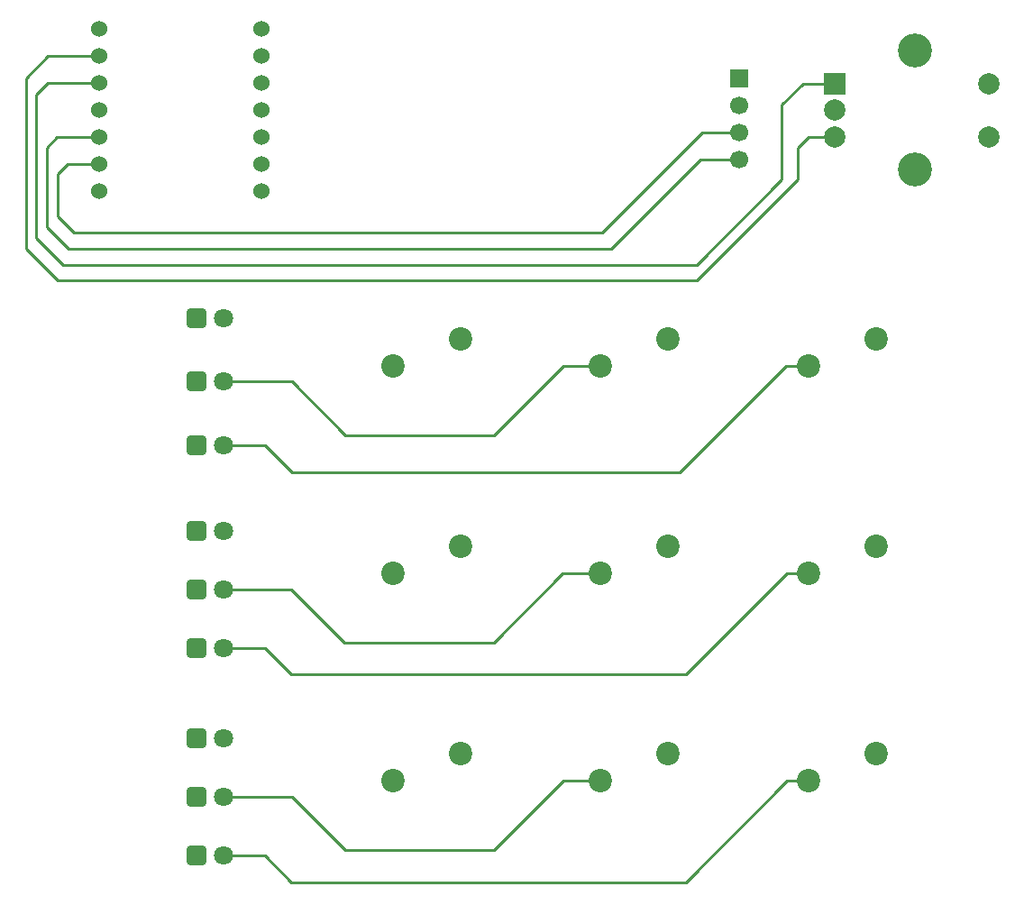
<source format=gbr>
%TF.GenerationSoftware,KiCad,Pcbnew,9.0.2*%
%TF.CreationDate,2025-07-03T21:35:02+02:00*%
%TF.ProjectId,dialpad,6469616c-7061-4642-9e6b-696361645f70,v1.0*%
%TF.SameCoordinates,Original*%
%TF.FileFunction,Copper,L2,Bot*%
%TF.FilePolarity,Positive*%
%FSLAX46Y46*%
G04 Gerber Fmt 4.6, Leading zero omitted, Abs format (unit mm)*
G04 Created by KiCad (PCBNEW 9.0.2) date 2025-07-03 21:35:02*
%MOMM*%
%LPD*%
G01*
G04 APERTURE LIST*
G04 Aperture macros list*
%AMRoundRect*
0 Rectangle with rounded corners*
0 $1 Rounding radius*
0 $2 $3 $4 $5 $6 $7 $8 $9 X,Y pos of 4 corners*
0 Add a 4 corners polygon primitive as box body*
4,1,4,$2,$3,$4,$5,$6,$7,$8,$9,$2,$3,0*
0 Add four circle primitives for the rounded corners*
1,1,$1+$1,$2,$3*
1,1,$1+$1,$4,$5*
1,1,$1+$1,$6,$7*
1,1,$1+$1,$8,$9*
0 Add four rect primitives between the rounded corners*
20,1,$1+$1,$2,$3,$4,$5,0*
20,1,$1+$1,$4,$5,$6,$7,0*
20,1,$1+$1,$6,$7,$8,$9,0*
20,1,$1+$1,$8,$9,$2,$3,0*%
G04 Aperture macros list end*
%TA.AperFunction,ComponentPad*%
%ADD10C,2.200000*%
%TD*%
%TA.AperFunction,ComponentPad*%
%ADD11RoundRect,0.250000X-0.650000X-0.650000X0.650000X-0.650000X0.650000X0.650000X-0.650000X0.650000X0*%
%TD*%
%TA.AperFunction,ComponentPad*%
%ADD12C,1.800000*%
%TD*%
%TA.AperFunction,ComponentPad*%
%ADD13C,1.524000*%
%TD*%
%TA.AperFunction,ComponentPad*%
%ADD14R,2.000000X2.000000*%
%TD*%
%TA.AperFunction,ComponentPad*%
%ADD15C,2.000000*%
%TD*%
%TA.AperFunction,ComponentPad*%
%ADD16C,3.200000*%
%TD*%
%TA.AperFunction,ComponentPad*%
%ADD17R,1.700000X1.700000*%
%TD*%
%TA.AperFunction,ComponentPad*%
%ADD18C,1.700000*%
%TD*%
%TA.AperFunction,Conductor*%
%ADD19C,0.250000*%
%TD*%
G04 APERTURE END LIST*
D10*
%TO.P,SW5,1,1*%
%TO.N,COL2*%
X174500000Y-114155000D03*
%TO.P,SW5,2,2*%
%TO.N,Net-(D5-A)*%
X168150000Y-116695000D03*
%TD*%
D11*
%TO.P,D5,1,K*%
%TO.N,ROW2*%
X130150000Y-118192500D03*
D12*
%TO.P,D5,2,A*%
%TO.N,Net-(D5-A)*%
X132690000Y-118192500D03*
%TD*%
D10*
%TO.P,SW6,1,1*%
%TO.N,COL3*%
X194000000Y-114155000D03*
%TO.P,SW6,2,2*%
%TO.N,Net-(D6-A)*%
X187650000Y-116695000D03*
%TD*%
%TO.P,SW1,1,1*%
%TO.N,COL1*%
X155000000Y-94655000D03*
%TO.P,SW1,2,2*%
%TO.N,Net-(D1-A)*%
X148650000Y-97195000D03*
%TD*%
%TO.P,SW8,1,1*%
%TO.N,COL2*%
X174500000Y-133655000D03*
%TO.P,SW8,2,2*%
%TO.N,Net-(D8-A)*%
X168150000Y-136195000D03*
%TD*%
D11*
%TO.P,D3,1,K*%
%TO.N,ROW1*%
X130150000Y-104692500D03*
D12*
%TO.P,D3,2,A*%
%TO.N,Net-(D3-A)*%
X132690000Y-104692500D03*
%TD*%
D11*
%TO.P,D8,1,K*%
%TO.N,ROW3*%
X130155000Y-137692500D03*
D12*
%TO.P,D8,2,A*%
%TO.N,Net-(D8-A)*%
X132695000Y-137692500D03*
%TD*%
D11*
%TO.P,D6,1,K*%
%TO.N,ROW2*%
X130155000Y-123692500D03*
D12*
%TO.P,D6,2,A*%
%TO.N,Net-(D6-A)*%
X132695000Y-123692500D03*
%TD*%
D10*
%TO.P,SW4,1,1*%
%TO.N,COL1*%
X155000000Y-114155000D03*
%TO.P,SW4,2,2*%
%TO.N,Net-(D4-A)*%
X148650000Y-116695000D03*
%TD*%
D11*
%TO.P,D7,1,K*%
%TO.N,ROW3*%
X130155000Y-132192500D03*
D12*
%TO.P,D7,2,A*%
%TO.N,Net-(D7-A)*%
X132695000Y-132192500D03*
%TD*%
D10*
%TO.P,SW2,1,1*%
%TO.N,COL2*%
X174500000Y-94655000D03*
%TO.P,SW2,2,2*%
%TO.N,Net-(D2-A)*%
X168150000Y-97195000D03*
%TD*%
D13*
%TO.P,U1,1,GPIO26/D0/ADC0*%
%TO.N,BTN*%
X121030000Y-65575000D03*
%TO.P,U1,2,GPIO27/D1/ADC1*%
%TO.N,ROTB*%
X121030000Y-68115000D03*
%TO.P,U1,3,GPIO28/D2/ADC2*%
%TO.N,ROTA*%
X121030000Y-70655000D03*
%TO.P,U1,4,GPIO5/D3/SPI_CS*%
%TO.N,ROW3*%
X121030000Y-73195000D03*
%TO.P,U1,5,GPIO6/D4/SDA1*%
%TO.N,SDA*%
X121030000Y-75735000D03*
%TO.P,U1,6,GPIO7/D5/SCL1*%
%TO.N,SCL*%
X121030000Y-78275000D03*
%TO.P,U1,7,GPIO0/D6/TX0*%
%TO.N,ROW2*%
X121030000Y-80815000D03*
%TO.P,U1,8,GPIO1/D7/RX0*%
%TO.N,COL1*%
X136270000Y-80815000D03*
%TO.P,U1,9,GPIO2/D8/SPI0_SCK*%
%TO.N,COL2*%
X136270000Y-78275000D03*
%TO.P,U1,10,GPIO4/D9/SPI_MISO*%
%TO.N,COL3*%
X136270000Y-75735000D03*
%TO.P,U1,11,GPIO3/D10/SPI0_MOSI*%
%TO.N,ROW1*%
X136270000Y-73195000D03*
%TO.P,U1,12,3V3*%
%TO.N,+3.3V*%
X136270000Y-70655000D03*
%TO.P,U1,13,GND*%
%TO.N,GND*%
X136270000Y-68115000D03*
%TO.P,U1,14,VBUS*%
%TO.N,+5V*%
X136270000Y-65575000D03*
%TD*%
D11*
%TO.P,D9,1,K*%
%TO.N,ROW3*%
X130150000Y-143192500D03*
D12*
%TO.P,D9,2,A*%
%TO.N,Net-(D9-A)*%
X132690000Y-143192500D03*
%TD*%
D10*
%TO.P,SW9,1,1*%
%TO.N,COL3*%
X194000000Y-133655000D03*
%TO.P,SW9,2,2*%
%TO.N,Net-(D9-A)*%
X187650000Y-136195000D03*
%TD*%
D14*
%TO.P,SW10,A,A*%
%TO.N,ROTA*%
X190150000Y-70695000D03*
D15*
%TO.P,SW10,B,B*%
%TO.N,ROTB*%
X190150000Y-75695000D03*
%TO.P,SW10,C,C*%
%TO.N,GND*%
X190150000Y-73195000D03*
D16*
%TO.P,SW10,MP*%
%TO.N,N/C*%
X197650000Y-67595000D03*
X197650000Y-78795000D03*
D15*
%TO.P,SW10,S1,S1*%
%TO.N,BTN*%
X204650000Y-75695000D03*
%TO.P,SW10,S2,S2*%
%TO.N,GND*%
X204650000Y-70695000D03*
%TD*%
D11*
%TO.P,D1,1,K*%
%TO.N,ROW1*%
X130155000Y-92692500D03*
D12*
%TO.P,D1,2,A*%
%TO.N,Net-(D1-A)*%
X132695000Y-92692500D03*
%TD*%
D10*
%TO.P,SW7,1,1*%
%TO.N,COL1*%
X155000000Y-133655000D03*
%TO.P,SW7,2,2*%
%TO.N,Net-(D7-A)*%
X148650000Y-136195000D03*
%TD*%
D11*
%TO.P,D4,1,K*%
%TO.N,ROW2*%
X130150000Y-112692500D03*
D12*
%TO.P,D4,2,A*%
%TO.N,Net-(D4-A)*%
X132690000Y-112692500D03*
%TD*%
D11*
%TO.P,D2,1,K*%
%TO.N,ROW1*%
X130155000Y-98692500D03*
D12*
%TO.P,D2,2,A*%
%TO.N,Net-(D2-A)*%
X132695000Y-98692500D03*
%TD*%
D17*
%TO.P,J1,1,Pin_1*%
%TO.N,GND*%
X181150000Y-70195000D03*
D18*
%TO.P,J1,2,Pin_2*%
%TO.N,+3.3V*%
X181150000Y-72735000D03*
%TO.P,J1,3,Pin_3*%
%TO.N,SCL*%
X181150000Y-75275000D03*
%TO.P,J1,4,Pin_4*%
%TO.N,SDA*%
X181150000Y-77815000D03*
%TD*%
D10*
%TO.P,SW3,1,1*%
%TO.N,COL3*%
X194000000Y-94655000D03*
%TO.P,SW3,2,2*%
%TO.N,Net-(D3-A)*%
X187650000Y-97195000D03*
%TD*%
D19*
%TO.N,Net-(D2-A)*%
X164650000Y-97195000D02*
X158150000Y-103695000D01*
X144150000Y-103695000D02*
X139147500Y-98692500D01*
X139147500Y-98692500D02*
X132695000Y-98692500D01*
X158150000Y-103695000D02*
X144150000Y-103695000D01*
X168150000Y-97195000D02*
X164650000Y-97195000D01*
%TO.N,Net-(D3-A)*%
X185550865Y-97195000D02*
X187650000Y-97195000D01*
X132690000Y-104692500D02*
X136647500Y-104692500D01*
X136647500Y-104692500D02*
X139150000Y-107195000D01*
X175550865Y-107195000D02*
X185550865Y-97195000D01*
X139150000Y-107195000D02*
X175550865Y-107195000D01*
%TO.N,Net-(D5-A)*%
X168105000Y-116697500D02*
X164605000Y-116697500D01*
X144105000Y-123197500D02*
X139102500Y-118195000D01*
X158105000Y-123197500D02*
X144105000Y-123197500D01*
X139102500Y-118195000D02*
X132650000Y-118195000D01*
X164605000Y-116697500D02*
X158105000Y-123197500D01*
%TO.N,Net-(D6-A)*%
X187650000Y-116695000D02*
X185650000Y-116695000D01*
X136607500Y-123695000D02*
X132650000Y-123695000D01*
X176147500Y-126197500D02*
X139110000Y-126197500D01*
X185650000Y-116695000D02*
X176147500Y-126197500D01*
X139110000Y-126197500D02*
X136607500Y-123695000D01*
%TO.N,Net-(D8-A)*%
X144150000Y-142695000D02*
X139147500Y-137692500D01*
X139147500Y-137692500D02*
X132695000Y-137692500D01*
X158150000Y-142695000D02*
X144150000Y-142695000D01*
X164650000Y-136195000D02*
X158150000Y-142695000D01*
X168150000Y-136195000D02*
X164650000Y-136195000D01*
%TO.N,Net-(D9-A)*%
X176147500Y-145697500D02*
X139110000Y-145697500D01*
X136607500Y-143195000D02*
X132650000Y-143195000D01*
X187650000Y-136195000D02*
X185650000Y-136195000D01*
X185650000Y-136195000D02*
X176147500Y-145697500D01*
X139110000Y-145697500D02*
X136607500Y-143195000D01*
%TO.N,SCL*%
X118070000Y-78275000D02*
X121030000Y-78275000D01*
X181150000Y-75275000D02*
X177730000Y-75275000D01*
X177730000Y-75275000D02*
X168310000Y-84695000D01*
X117150000Y-79195000D02*
X118070000Y-78275000D01*
X117150000Y-83195000D02*
X117150000Y-79195000D01*
X168310000Y-84695000D02*
X118650000Y-84695000D01*
X118650000Y-84695000D02*
X117150000Y-83195000D01*
%TO.N,SDA*%
X117110000Y-75735000D02*
X121030000Y-75735000D01*
X116150000Y-84195000D02*
X116150000Y-76695000D01*
X116150000Y-76695000D02*
X117110000Y-75735000D01*
X177530000Y-77815000D02*
X169150000Y-86195000D01*
X118150000Y-86195000D02*
X116150000Y-84195000D01*
X181150000Y-77815000D02*
X177530000Y-77815000D01*
X169150000Y-86195000D02*
X118150000Y-86195000D01*
%TO.N,ROTA*%
X115150000Y-85195000D02*
X115150000Y-71695000D01*
X190150000Y-70695000D02*
X187150000Y-70695000D01*
X116190000Y-70655000D02*
X121030000Y-70655000D01*
X177150000Y-87695000D02*
X117650000Y-87695000D01*
X117650000Y-87695000D02*
X115150000Y-85195000D01*
X185150000Y-79695000D02*
X177150000Y-87695000D01*
X187150000Y-70695000D02*
X185150000Y-72695000D01*
X185150000Y-72695000D02*
X185150000Y-79695000D01*
X115150000Y-71695000D02*
X116190000Y-70655000D01*
%TO.N,ROTB*%
X186650000Y-79695000D02*
X177150000Y-89195000D01*
X116230000Y-68115000D02*
X121030000Y-68115000D01*
X114150000Y-70195000D02*
X116230000Y-68115000D01*
X114150000Y-86195000D02*
X114150000Y-70195000D01*
X187650000Y-75695000D02*
X186650000Y-76695000D01*
X117150000Y-89195000D02*
X114150000Y-86195000D01*
X186650000Y-76695000D02*
X186650000Y-79695000D01*
X190150000Y-75695000D02*
X187650000Y-75695000D01*
X177150000Y-89195000D02*
X117150000Y-89195000D01*
%TD*%
M02*

</source>
